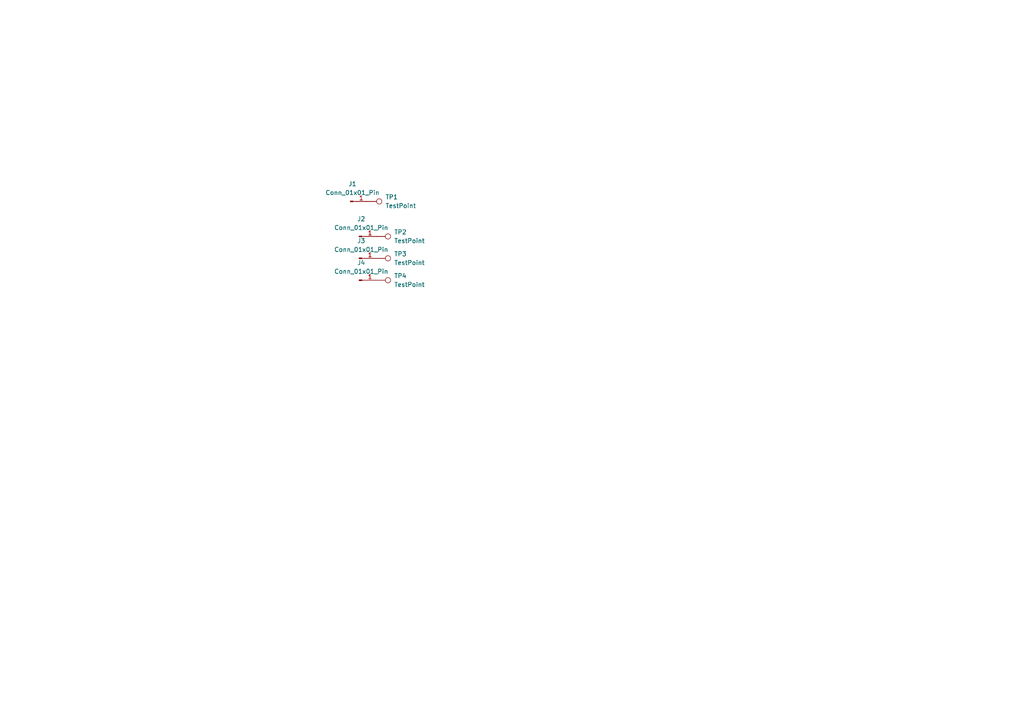
<source format=kicad_sch>
(kicad_sch (version 20250114) (generator "eeschema") (generator_version "9.0")
  (paper "A4")
  (lib_symbols
    (symbol "Connector:Conn_01x01_Pin" (pin_names (offset 1.016) (hide yes))
      (property "Reference" "J" (at 0 2.54 0))
      (property "Value" "Conn_01x01_Pin" (at 0 -2.54 0))
      (symbol "Conn_01x01_Pin_1_1"
        (rectangle (start 0.8636 0.127) (end 0 -0.127) (stroke (width 0.1524)) (fill (type outline)))
        (polyline (pts (xy 1.27 0) (xy 0.8636 0)) (stroke (width 0.1524)))
        (pin passive line (at 5.08 0 180) (length 3.81) (name "Pin_1") (number "1"))
      )
    )
    (symbol "Connector:TestPoint" (pin_numbers (hide yes)) (pin_names (offset 0.762) (hide yes))
      (property "Reference" "TP" (at 0 6.858 0))
      (property "Value" "TestPoint" (at 0 5.08 0))
      (symbol "TestPoint_0_1"
        (circle (center 0 3.302) (radius 0.762))
      )
      (symbol "TestPoint_1_1"
        (pin passive line (at 0 0 90) (length 2.54) (name "1") (number "1"))
      )
    )
  )
  (symbol (lib_id "Connector:TestPoint") (at 109.22 74.93 270) (unit 1)
    (property "Reference" "TP3" (at 114.3 73.6599 90) (effects (justify left)))
    (property "Value" "TestPoint" (at 114.3 76.1999 90) (effects (justify left)))
    (property "Footprint" "TestPoint:TestPoint_Pad_D1.0mm" (effects (hide yes)))
    (property "Description" "test point" (effects (hide yes)))
  )
  (symbol (lib_id "Connector:Conn_01x01_Pin") (at 101.6 58.42 0) (unit 1)
    (property "Reference" "J1" (at 102.235 53.34 0))
    (property "Value" "Conn_01x01_Pin" (at 102.235 55.88 0))
    (property "Footprint" "local:PinHole" (effects (hide yes)))
    (property "Description" "Generic connector, single row, 01x01, script generated" (effects (hide yes)))
  )
  (symbol (lib_id "Connector:Conn_01x01_Pin") (at 104.14 74.93 0) (unit 1)
    (property "Reference" "J3" (at 104.775 69.85 0))
    (property "Value" "Conn_01x01_Pin" (at 104.775 72.39 0))
    (property "Footprint" "local:PinHole" (effects (hide yes)))
    (property "Description" "Generic connector, single row, 01x01, script generated" (effects (hide yes)))
  )
  (symbol (lib_id "Connector:TestPoint") (at 109.22 81.28 270) (unit 1)
    (property "Reference" "TP4" (at 114.3 80.0099 90) (effects (justify left)))
    (property "Value" "TestPoint" (at 114.3 82.5499 90) (effects (justify left)))
    (property "Footprint" "TestPoint:TestPoint_Pad_D1.0mm" (effects (hide yes)))
    (property "Description" "test point" (effects (hide yes)))
  )
  (symbol (lib_id "Connector:Conn_01x01_Pin") (at 104.14 81.28 0) (unit 1)
    (property "Reference" "J4" (at 104.775 76.2 0))
    (property "Value" "Conn_01x01_Pin" (at 104.775 78.74 0))
    (property "Footprint" "local:PinHole" (effects (hide yes)))
    (property "Description" "Generic connector, single row, 01x01, script generated" (effects (hide yes)))
  )
  (symbol (lib_id "Connector:Conn_01x01_Pin") (at 104.14 68.58 0) (unit 1)
    (property "Reference" "J2" (at 104.775 63.5 0))
    (property "Value" "Conn_01x01_Pin" (at 104.775 66.04 0))
    (property "Footprint" "local:PinHole" (effects (hide yes)))
    (property "Description" "Generic connector, single row, 01x01, script generated" (effects (hide yes)))
  )
  (symbol (lib_id "Connector:TestPoint") (at 106.68 58.42 270) (unit 1)
    (property "Reference" "TP1" (at 111.76 57.1499 90) (effects (justify left)))
    (property "Value" "TestPoint" (at 111.76 59.6899 90) (effects (justify left)))
    (property "Footprint" "TestPoint:TestPoint_Pad_D1.0mm" (effects (hide yes)))
    (property "Description" "test point" (effects (hide yes)))
  )
  (symbol (lib_id "Connector:TestPoint") (at 109.22 68.58 270) (unit 1)
    (property "Reference" "TP2" (at 114.3 67.3099 90) (effects (justify left)))
    (property "Value" "TestPoint" (at 114.3 69.8499 90) (effects (justify left)))
    (property "Footprint" "TestPoint:TestPoint_Pad_D1.0mm" (effects (hide yes)))
    (property "Description" "test point" (effects (hide yes)))
  )
)
</source>
